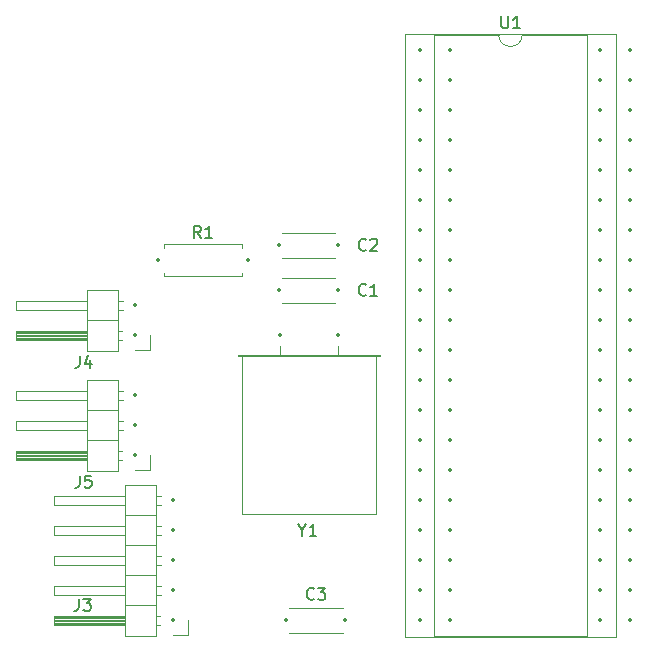
<source format=gto>
%TF.GenerationSoftware,KiCad,Pcbnew,8.0.3+1*%
%TF.CreationDate,2024-07-30T19:41:34+02:00*%
%TF.ProjectId,QL_diren_keyboard_adapter,514c5f64-6972-4656-9e5f-6b6579626f61,rev?*%
%TF.SameCoordinates,Original*%
%TF.FileFunction,Legend,Top*%
%TF.FilePolarity,Positive*%
%FSLAX46Y46*%
G04 Gerber Fmt 4.6, Leading zero omitted, Abs format (unit mm)*
G04 Created by KiCad (PCBNEW 8.0.3+1) date 2024-07-30 19:41:34*
%MOMM*%
%LPD*%
G01*
G04 APERTURE LIST*
%ADD10C,0.150000*%
%ADD11C,0.120000*%
%ADD12C,0.350000*%
G04 APERTURE END LIST*
D10*
X108458095Y-60624819D02*
X108458095Y-61434342D01*
X108458095Y-61434342D02*
X108505714Y-61529580D01*
X108505714Y-61529580D02*
X108553333Y-61577200D01*
X108553333Y-61577200D02*
X108648571Y-61624819D01*
X108648571Y-61624819D02*
X108839047Y-61624819D01*
X108839047Y-61624819D02*
X108934285Y-61577200D01*
X108934285Y-61577200D02*
X108981904Y-61529580D01*
X108981904Y-61529580D02*
X109029523Y-61434342D01*
X109029523Y-61434342D02*
X109029523Y-60624819D01*
X110029523Y-61624819D02*
X109458095Y-61624819D01*
X109743809Y-61624819D02*
X109743809Y-60624819D01*
X109743809Y-60624819D02*
X109648571Y-60767676D01*
X109648571Y-60767676D02*
X109553333Y-60862914D01*
X109553333Y-60862914D02*
X109458095Y-60910533D01*
X72751666Y-99514819D02*
X72751666Y-100229104D01*
X72751666Y-100229104D02*
X72704047Y-100371961D01*
X72704047Y-100371961D02*
X72608809Y-100467200D01*
X72608809Y-100467200D02*
X72465952Y-100514819D01*
X72465952Y-100514819D02*
X72370714Y-100514819D01*
X73704047Y-99514819D02*
X73227857Y-99514819D01*
X73227857Y-99514819D02*
X73180238Y-99991009D01*
X73180238Y-99991009D02*
X73227857Y-99943390D01*
X73227857Y-99943390D02*
X73323095Y-99895771D01*
X73323095Y-99895771D02*
X73561190Y-99895771D01*
X73561190Y-99895771D02*
X73656428Y-99943390D01*
X73656428Y-99943390D02*
X73704047Y-99991009D01*
X73704047Y-99991009D02*
X73751666Y-100086247D01*
X73751666Y-100086247D02*
X73751666Y-100324342D01*
X73751666Y-100324342D02*
X73704047Y-100419580D01*
X73704047Y-100419580D02*
X73656428Y-100467200D01*
X73656428Y-100467200D02*
X73561190Y-100514819D01*
X73561190Y-100514819D02*
X73323095Y-100514819D01*
X73323095Y-100514819D02*
X73227857Y-100467200D01*
X73227857Y-100467200D02*
X73180238Y-100419580D01*
X96988333Y-80369580D02*
X96940714Y-80417200D01*
X96940714Y-80417200D02*
X96797857Y-80464819D01*
X96797857Y-80464819D02*
X96702619Y-80464819D01*
X96702619Y-80464819D02*
X96559762Y-80417200D01*
X96559762Y-80417200D02*
X96464524Y-80321961D01*
X96464524Y-80321961D02*
X96416905Y-80226723D01*
X96416905Y-80226723D02*
X96369286Y-80036247D01*
X96369286Y-80036247D02*
X96369286Y-79893390D01*
X96369286Y-79893390D02*
X96416905Y-79702914D01*
X96416905Y-79702914D02*
X96464524Y-79607676D01*
X96464524Y-79607676D02*
X96559762Y-79512438D01*
X96559762Y-79512438D02*
X96702619Y-79464819D01*
X96702619Y-79464819D02*
X96797857Y-79464819D01*
X96797857Y-79464819D02*
X96940714Y-79512438D01*
X96940714Y-79512438D02*
X96988333Y-79560057D01*
X97369286Y-79560057D02*
X97416905Y-79512438D01*
X97416905Y-79512438D02*
X97512143Y-79464819D01*
X97512143Y-79464819D02*
X97750238Y-79464819D01*
X97750238Y-79464819D02*
X97845476Y-79512438D01*
X97845476Y-79512438D02*
X97893095Y-79560057D01*
X97893095Y-79560057D02*
X97940714Y-79655295D01*
X97940714Y-79655295D02*
X97940714Y-79750533D01*
X97940714Y-79750533D02*
X97893095Y-79893390D01*
X97893095Y-79893390D02*
X97321667Y-80464819D01*
X97321667Y-80464819D02*
X97940714Y-80464819D01*
X96988333Y-84179580D02*
X96940714Y-84227200D01*
X96940714Y-84227200D02*
X96797857Y-84274819D01*
X96797857Y-84274819D02*
X96702619Y-84274819D01*
X96702619Y-84274819D02*
X96559762Y-84227200D01*
X96559762Y-84227200D02*
X96464524Y-84131961D01*
X96464524Y-84131961D02*
X96416905Y-84036723D01*
X96416905Y-84036723D02*
X96369286Y-83846247D01*
X96369286Y-83846247D02*
X96369286Y-83703390D01*
X96369286Y-83703390D02*
X96416905Y-83512914D01*
X96416905Y-83512914D02*
X96464524Y-83417676D01*
X96464524Y-83417676D02*
X96559762Y-83322438D01*
X96559762Y-83322438D02*
X96702619Y-83274819D01*
X96702619Y-83274819D02*
X96797857Y-83274819D01*
X96797857Y-83274819D02*
X96940714Y-83322438D01*
X96940714Y-83322438D02*
X96988333Y-83370057D01*
X97940714Y-84274819D02*
X97369286Y-84274819D01*
X97655000Y-84274819D02*
X97655000Y-83274819D01*
X97655000Y-83274819D02*
X97559762Y-83417676D01*
X97559762Y-83417676D02*
X97464524Y-83512914D01*
X97464524Y-83512914D02*
X97369286Y-83560533D01*
X92583333Y-109919580D02*
X92535714Y-109967200D01*
X92535714Y-109967200D02*
X92392857Y-110014819D01*
X92392857Y-110014819D02*
X92297619Y-110014819D01*
X92297619Y-110014819D02*
X92154762Y-109967200D01*
X92154762Y-109967200D02*
X92059524Y-109871961D01*
X92059524Y-109871961D02*
X92011905Y-109776723D01*
X92011905Y-109776723D02*
X91964286Y-109586247D01*
X91964286Y-109586247D02*
X91964286Y-109443390D01*
X91964286Y-109443390D02*
X92011905Y-109252914D01*
X92011905Y-109252914D02*
X92059524Y-109157676D01*
X92059524Y-109157676D02*
X92154762Y-109062438D01*
X92154762Y-109062438D02*
X92297619Y-109014819D01*
X92297619Y-109014819D02*
X92392857Y-109014819D01*
X92392857Y-109014819D02*
X92535714Y-109062438D01*
X92535714Y-109062438D02*
X92583333Y-109110057D01*
X92916667Y-109014819D02*
X93535714Y-109014819D01*
X93535714Y-109014819D02*
X93202381Y-109395771D01*
X93202381Y-109395771D02*
X93345238Y-109395771D01*
X93345238Y-109395771D02*
X93440476Y-109443390D01*
X93440476Y-109443390D02*
X93488095Y-109491009D01*
X93488095Y-109491009D02*
X93535714Y-109586247D01*
X93535714Y-109586247D02*
X93535714Y-109824342D01*
X93535714Y-109824342D02*
X93488095Y-109919580D01*
X93488095Y-109919580D02*
X93440476Y-109967200D01*
X93440476Y-109967200D02*
X93345238Y-110014819D01*
X93345238Y-110014819D02*
X93059524Y-110014819D01*
X93059524Y-110014819D02*
X92964286Y-109967200D01*
X92964286Y-109967200D02*
X92916667Y-109919580D01*
X91598809Y-104118628D02*
X91598809Y-104594819D01*
X91265476Y-103594819D02*
X91598809Y-104118628D01*
X91598809Y-104118628D02*
X91932142Y-103594819D01*
X92789285Y-104594819D02*
X92217857Y-104594819D01*
X92503571Y-104594819D02*
X92503571Y-103594819D01*
X92503571Y-103594819D02*
X92408333Y-103737676D01*
X92408333Y-103737676D02*
X92313095Y-103832914D01*
X92313095Y-103832914D02*
X92217857Y-103880533D01*
X72751666Y-89354819D02*
X72751666Y-90069104D01*
X72751666Y-90069104D02*
X72704047Y-90211961D01*
X72704047Y-90211961D02*
X72608809Y-90307200D01*
X72608809Y-90307200D02*
X72465952Y-90354819D01*
X72465952Y-90354819D02*
X72370714Y-90354819D01*
X73656428Y-89688152D02*
X73656428Y-90354819D01*
X73418333Y-89307200D02*
X73180238Y-90021485D01*
X73180238Y-90021485D02*
X73799285Y-90021485D01*
X83018333Y-79364819D02*
X82685000Y-78888628D01*
X82446905Y-79364819D02*
X82446905Y-78364819D01*
X82446905Y-78364819D02*
X82827857Y-78364819D01*
X82827857Y-78364819D02*
X82923095Y-78412438D01*
X82923095Y-78412438D02*
X82970714Y-78460057D01*
X82970714Y-78460057D02*
X83018333Y-78555295D01*
X83018333Y-78555295D02*
X83018333Y-78698152D01*
X83018333Y-78698152D02*
X82970714Y-78793390D01*
X82970714Y-78793390D02*
X82923095Y-78841009D01*
X82923095Y-78841009D02*
X82827857Y-78888628D01*
X82827857Y-78888628D02*
X82446905Y-78888628D01*
X83970714Y-79364819D02*
X83399286Y-79364819D01*
X83685000Y-79364819D02*
X83685000Y-78364819D01*
X83685000Y-78364819D02*
X83589762Y-78507676D01*
X83589762Y-78507676D02*
X83494524Y-78602914D01*
X83494524Y-78602914D02*
X83399286Y-78650533D01*
X72691666Y-109944819D02*
X72691666Y-110659104D01*
X72691666Y-110659104D02*
X72644047Y-110801961D01*
X72644047Y-110801961D02*
X72548809Y-110897200D01*
X72548809Y-110897200D02*
X72405952Y-110944819D01*
X72405952Y-110944819D02*
X72310714Y-110944819D01*
X73072619Y-109944819D02*
X73691666Y-109944819D01*
X73691666Y-109944819D02*
X73358333Y-110325771D01*
X73358333Y-110325771D02*
X73501190Y-110325771D01*
X73501190Y-110325771D02*
X73596428Y-110373390D01*
X73596428Y-110373390D02*
X73644047Y-110421009D01*
X73644047Y-110421009D02*
X73691666Y-110516247D01*
X73691666Y-110516247D02*
X73691666Y-110754342D01*
X73691666Y-110754342D02*
X73644047Y-110849580D01*
X73644047Y-110849580D02*
X73596428Y-110897200D01*
X73596428Y-110897200D02*
X73501190Y-110944819D01*
X73501190Y-110944819D02*
X73215476Y-110944819D01*
X73215476Y-110944819D02*
X73120238Y-110897200D01*
X73120238Y-110897200D02*
X73072619Y-110849580D01*
D11*
%TO.C,U1*%
X100270000Y-62110000D02*
X100270000Y-113150000D01*
X100270000Y-113150000D02*
X118170000Y-113150000D01*
X102760000Y-62170000D02*
X102760000Y-113090000D01*
X102760000Y-113090000D02*
X115680000Y-113090000D01*
X108220000Y-62170000D02*
X102760000Y-62170000D01*
X115680000Y-62170000D02*
X110220000Y-62170000D01*
X115680000Y-113090000D02*
X115680000Y-62170000D01*
X118170000Y-62110000D02*
X100270000Y-62110000D01*
X118170000Y-113150000D02*
X118170000Y-62110000D01*
X110220000Y-62170000D02*
G75*
G02*
X108220000Y-62170000I-1000000J0D01*
G01*
%TO.C,J5*%
X67370000Y-92330000D02*
X73370000Y-92330000D01*
X67370000Y-93090000D02*
X67370000Y-92330000D01*
X67370000Y-94870000D02*
X73370000Y-94870000D01*
X67370000Y-95630000D02*
X67370000Y-94870000D01*
X67370000Y-97410000D02*
X73370000Y-97410000D01*
X67370000Y-98170000D02*
X67370000Y-97410000D01*
X73370000Y-91380000D02*
X73370000Y-99120000D01*
X73370000Y-93090000D02*
X67370000Y-93090000D01*
X73370000Y-95630000D02*
X67370000Y-95630000D01*
X73370000Y-97510000D02*
X67370000Y-97510000D01*
X73370000Y-97630000D02*
X67370000Y-97630000D01*
X73370000Y-97750000D02*
X67370000Y-97750000D01*
X73370000Y-97870000D02*
X67370000Y-97870000D01*
X73370000Y-97990000D02*
X67370000Y-97990000D01*
X73370000Y-98110000D02*
X67370000Y-98110000D01*
X73370000Y-98170000D02*
X67370000Y-98170000D01*
X73370000Y-99120000D02*
X76030000Y-99120000D01*
X76030000Y-91380000D02*
X73370000Y-91380000D01*
X76030000Y-93980000D02*
X73370000Y-93980000D01*
X76030000Y-96520000D02*
X73370000Y-96520000D01*
X76030000Y-99120000D02*
X76030000Y-91380000D01*
X76360000Y-97410000D02*
X76030000Y-97410000D01*
X76360000Y-98170000D02*
X76030000Y-98170000D01*
X76427071Y-92330000D02*
X76030000Y-92330000D01*
X76427071Y-93090000D02*
X76030000Y-93090000D01*
X76427071Y-94870000D02*
X76030000Y-94870000D01*
X76427071Y-95630000D02*
X76030000Y-95630000D01*
X78740000Y-97790000D02*
X78740000Y-99060000D01*
X78740000Y-99060000D02*
X77470000Y-99060000D01*
%TO.C,C2*%
X89845000Y-78955000D02*
X89845000Y-78940000D01*
X89845000Y-81080000D02*
X89845000Y-81065000D01*
X94385000Y-78940000D02*
X89845000Y-78940000D01*
X94385000Y-78955000D02*
X94385000Y-78940000D01*
X94385000Y-81080000D02*
X89845000Y-81080000D01*
X94385000Y-81080000D02*
X94385000Y-81065000D01*
%TO.C,C1*%
X89845000Y-82765000D02*
X89845000Y-82750000D01*
X89845000Y-84890000D02*
X89845000Y-84875000D01*
X94385000Y-82750000D02*
X89845000Y-82750000D01*
X94385000Y-82765000D02*
X94385000Y-82750000D01*
X94385000Y-84890000D02*
X89845000Y-84890000D01*
X94385000Y-84890000D02*
X94385000Y-84875000D01*
%TO.C,C3*%
X90480000Y-110690000D02*
X90480000Y-110705000D01*
X90480000Y-110690000D02*
X95020000Y-110690000D01*
X90480000Y-112815000D02*
X90480000Y-112830000D01*
X90480000Y-112830000D02*
X95020000Y-112830000D01*
X95020000Y-110690000D02*
X95020000Y-110705000D01*
X95020000Y-112815000D02*
X95020000Y-112830000D01*
%TO.C,Y1*%
X86165000Y-89280000D02*
X98165000Y-89280000D01*
X86165000Y-89400000D02*
X86165000Y-89280000D01*
X86515000Y-89400000D02*
X86515000Y-102800000D01*
X86515000Y-102800000D02*
X97815000Y-102800000D01*
X89715000Y-88550000D02*
X89715000Y-88550000D01*
X89715000Y-89400000D02*
X89715000Y-88550000D01*
X94615000Y-88550000D02*
X94615000Y-88550000D01*
X94615000Y-89400000D02*
X94615000Y-88550000D01*
X97815000Y-89400000D02*
X86515000Y-89400000D01*
X97815000Y-102800000D02*
X97815000Y-89400000D01*
X98165000Y-89280000D02*
X98165000Y-89400000D01*
X98165000Y-89400000D02*
X86165000Y-89400000D01*
%TO.C,J4*%
X67370000Y-84710000D02*
X73370000Y-84710000D01*
X67370000Y-85470000D02*
X67370000Y-84710000D01*
X67370000Y-87250000D02*
X73370000Y-87250000D01*
X67370000Y-88010000D02*
X67370000Y-87250000D01*
X73370000Y-83760000D02*
X73370000Y-88960000D01*
X73370000Y-85470000D02*
X67370000Y-85470000D01*
X73370000Y-87350000D02*
X67370000Y-87350000D01*
X73370000Y-87470000D02*
X67370000Y-87470000D01*
X73370000Y-87590000D02*
X67370000Y-87590000D01*
X73370000Y-87710000D02*
X67370000Y-87710000D01*
X73370000Y-87830000D02*
X67370000Y-87830000D01*
X73370000Y-87950000D02*
X67370000Y-87950000D01*
X73370000Y-88010000D02*
X67370000Y-88010000D01*
X73370000Y-88960000D02*
X76030000Y-88960000D01*
X76030000Y-83760000D02*
X73370000Y-83760000D01*
X76030000Y-86360000D02*
X73370000Y-86360000D01*
X76030000Y-88960000D02*
X76030000Y-83760000D01*
X76360000Y-87250000D02*
X76030000Y-87250000D01*
X76360000Y-88010000D02*
X76030000Y-88010000D01*
X76427071Y-84710000D02*
X76030000Y-84710000D01*
X76427071Y-85470000D02*
X76030000Y-85470000D01*
X78740000Y-87630000D02*
X78740000Y-88900000D01*
X78740000Y-88900000D02*
X77470000Y-88900000D01*
%TO.C,R1*%
X86455000Y-82650000D02*
X86455000Y-82320000D01*
X86455000Y-79910000D02*
X86455000Y-80240000D01*
X79915000Y-82650000D02*
X86455000Y-82650000D01*
X79915000Y-82320000D02*
X79915000Y-82650000D01*
X79915000Y-80240000D02*
X79915000Y-79910000D01*
X79915000Y-79910000D02*
X86455000Y-79910000D01*
%TO.C,J3*%
X70545000Y-101220000D02*
X76545000Y-101220000D01*
X70545000Y-101980000D02*
X70545000Y-101220000D01*
X70545000Y-103760000D02*
X76545000Y-103760000D01*
X70545000Y-104520000D02*
X70545000Y-103760000D01*
X70545000Y-106300000D02*
X76545000Y-106300000D01*
X70545000Y-107060000D02*
X70545000Y-106300000D01*
X70545000Y-108840000D02*
X76545000Y-108840000D01*
X70545000Y-109600000D02*
X70545000Y-108840000D01*
X70545000Y-111380000D02*
X76545000Y-111380000D01*
X70545000Y-112140000D02*
X70545000Y-111380000D01*
X76545000Y-100270000D02*
X76545000Y-113090000D01*
X76545000Y-101980000D02*
X70545000Y-101980000D01*
X76545000Y-104520000D02*
X70545000Y-104520000D01*
X76545000Y-107060000D02*
X70545000Y-107060000D01*
X76545000Y-109600000D02*
X70545000Y-109600000D01*
X76545000Y-111480000D02*
X70545000Y-111480000D01*
X76545000Y-111600000D02*
X70545000Y-111600000D01*
X76545000Y-111720000D02*
X70545000Y-111720000D01*
X76545000Y-111840000D02*
X70545000Y-111840000D01*
X76545000Y-111960000D02*
X70545000Y-111960000D01*
X76545000Y-112080000D02*
X70545000Y-112080000D01*
X76545000Y-112140000D02*
X70545000Y-112140000D01*
X76545000Y-113090000D02*
X79205000Y-113090000D01*
X79205000Y-100270000D02*
X76545000Y-100270000D01*
X79205000Y-102870000D02*
X76545000Y-102870000D01*
X79205000Y-105410000D02*
X76545000Y-105410000D01*
X79205000Y-107950000D02*
X76545000Y-107950000D01*
X79205000Y-110490000D02*
X76545000Y-110490000D01*
X79205000Y-113090000D02*
X79205000Y-100270000D01*
X79535000Y-111380000D02*
X79205000Y-111380000D01*
X79535000Y-112140000D02*
X79205000Y-112140000D01*
X79602071Y-101220000D02*
X79205000Y-101220000D01*
X79602071Y-101980000D02*
X79205000Y-101980000D01*
X79602071Y-103760000D02*
X79205000Y-103760000D01*
X79602071Y-104520000D02*
X79205000Y-104520000D01*
X79602071Y-106300000D02*
X79205000Y-106300000D01*
X79602071Y-107060000D02*
X79205000Y-107060000D01*
X79602071Y-108840000D02*
X79205000Y-108840000D01*
X79602071Y-109600000D02*
X79205000Y-109600000D01*
X81915000Y-111760000D02*
X81915000Y-113030000D01*
X81915000Y-113030000D02*
X80645000Y-113030000D01*
%TD*%
D12*
X101600000Y-63500000D03*
X101600000Y-66040000D03*
X101600000Y-68580000D03*
X101600000Y-71120000D03*
X101600000Y-73660000D03*
X101600000Y-76200000D03*
X101600000Y-78740000D03*
X101600000Y-81280000D03*
X101600000Y-83820000D03*
X101600000Y-86360000D03*
X101600000Y-88900000D03*
X101600000Y-91440000D03*
X101600000Y-93980000D03*
X101600000Y-96520000D03*
X101600000Y-99060000D03*
X101600000Y-101600000D03*
X101600000Y-104140000D03*
X101600000Y-106680000D03*
X101600000Y-109220000D03*
X101600000Y-111760000D03*
X116840000Y-111760000D03*
X116840000Y-109220000D03*
X116840000Y-106680000D03*
X116840000Y-104140000D03*
X116840000Y-101600000D03*
X116840000Y-99060000D03*
X116840000Y-96520000D03*
X116840000Y-93980000D03*
X116840000Y-91440000D03*
X116840000Y-88900000D03*
X116840000Y-86360000D03*
X116840000Y-83820000D03*
X116840000Y-81280000D03*
X116840000Y-78740000D03*
X116840000Y-76200000D03*
X116840000Y-73660000D03*
X116840000Y-71120000D03*
X116840000Y-68580000D03*
X116840000Y-66040000D03*
X116840000Y-63500000D03*
X77470000Y-97790000D03*
X77470000Y-95250000D03*
X77470000Y-92710000D03*
X94615000Y-80010000D03*
X89615000Y-80010000D03*
X94615000Y-83820000D03*
X89615000Y-83820000D03*
X90250000Y-111760000D03*
X95250000Y-111760000D03*
X89715000Y-87600000D03*
X94615000Y-87600000D03*
X77470000Y-87630000D03*
X77470000Y-85090000D03*
X86995000Y-81280000D03*
X79375000Y-81280000D03*
X80645000Y-111760000D03*
X80645000Y-109220000D03*
X80645000Y-106680000D03*
X80645000Y-104140000D03*
X80645000Y-101600000D03*
X119380000Y-111760000D03*
X119380000Y-109220000D03*
X119380000Y-106680000D03*
X119380000Y-104140000D03*
X119380000Y-101600000D03*
X119380000Y-99060000D03*
X119380000Y-96520000D03*
X119380000Y-93980000D03*
X119380000Y-91440000D03*
X119380000Y-88900000D03*
X119380000Y-86360000D03*
X119380000Y-83820000D03*
X119380000Y-81280000D03*
X119380000Y-78740000D03*
X119380000Y-76200000D03*
X119380000Y-73660000D03*
X119380000Y-71120000D03*
X119380000Y-68580000D03*
X119380000Y-66040000D03*
X119380000Y-63500000D03*
X104140000Y-63500000D03*
X104140000Y-66040000D03*
X104140000Y-68580000D03*
X104140000Y-71120000D03*
X104140000Y-73660000D03*
X104140000Y-76200000D03*
X104140000Y-78740000D03*
X104140000Y-81280000D03*
X104140000Y-83820000D03*
X104140000Y-86360000D03*
X104140000Y-88900000D03*
X104140000Y-91440000D03*
X104140000Y-93980000D03*
X104140000Y-96520000D03*
X104140000Y-99060000D03*
X104140000Y-101600000D03*
X104140000Y-104140000D03*
X104140000Y-106680000D03*
X104140000Y-109220000D03*
X104140000Y-111760000D03*
M02*

</source>
